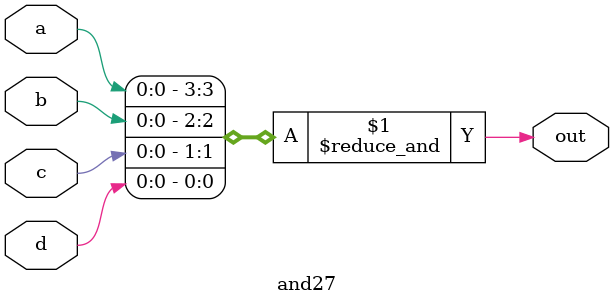
<source format=v>
module and27 (
  input a,
  input b,
  input c,
  input d,
  output out
);

  assign out = &{a,b,c,d}; // Performs an AND operation

endmodule

</source>
